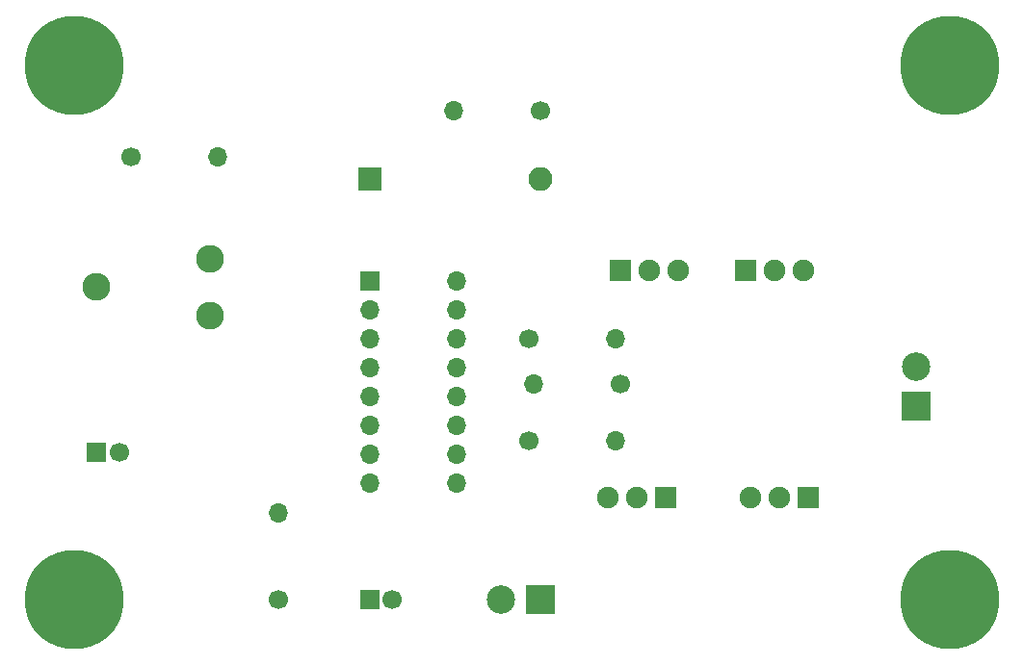
<source format=gbr>
%TF.GenerationSoftware,KiCad,Pcbnew,(5.1.6)-1*%
%TF.CreationDate,2021-09-26T22:49:30+03:00*%
%TF.ProjectId,emitter,656d6974-7465-4722-9e6b-696361645f70,rev?*%
%TF.SameCoordinates,Original*%
%TF.FileFunction,Soldermask,Bot*%
%TF.FilePolarity,Negative*%
%FSLAX46Y46*%
G04 Gerber Fmt 4.6, Leading zero omitted, Abs format (unit mm)*
G04 Created by KiCad (PCBNEW (5.1.6)-1) date 2021-09-26 22:49:30*
%MOMM*%
%LPD*%
G01*
G04 APERTURE LIST*
%ADD10C,2.500000*%
%ADD11R,2.500000X2.500000*%
%ADD12R,2.100000X2.100000*%
%ADD13O,2.100000X2.100000*%
%ADD14R,1.700000X1.700000*%
%ADD15C,1.700000*%
%ADD16C,8.700000*%
%ADD17C,1.000000*%
%ADD18O,1.900000X1.900000*%
%ADD19R,1.900000X1.900000*%
%ADD20O,1.700000X1.700000*%
%ADD21C,2.440000*%
G04 APERTURE END LIST*
D10*
%TO.C,J2*%
X96500000Y-125000000D03*
D11*
X100000000Y-125000000D03*
%TD*%
D12*
%TO.C,C1*%
X85000000Y-88000000D03*
D13*
X100000000Y-88000000D03*
%TD*%
D14*
%TO.C,C2*%
X85000000Y-125000000D03*
D15*
X87000000Y-125000000D03*
%TD*%
%TO.C,C3*%
X63000000Y-112000000D03*
D14*
X61000000Y-112000000D03*
%TD*%
D16*
%TO.C,H1*%
X59000000Y-78000000D03*
D17*
X62225000Y-78000000D03*
X61280419Y-80280419D03*
X59000000Y-81225000D03*
X56719581Y-80280419D03*
X55775000Y-78000000D03*
X56719581Y-75719581D03*
X59000000Y-74775000D03*
X61280419Y-75719581D03*
%TD*%
%TO.C,H2*%
X61280419Y-122719581D03*
X59000000Y-121775000D03*
X56719581Y-122719581D03*
X55775000Y-125000000D03*
X56719581Y-127280419D03*
X59000000Y-128225000D03*
X61280419Y-127280419D03*
X62225000Y-125000000D03*
D16*
X59000000Y-125000000D03*
%TD*%
%TO.C,H3*%
X136000000Y-78000000D03*
D17*
X139225000Y-78000000D03*
X138280419Y-80280419D03*
X136000000Y-81225000D03*
X133719581Y-80280419D03*
X132775000Y-78000000D03*
X133719581Y-75719581D03*
X136000000Y-74775000D03*
X138280419Y-75719581D03*
%TD*%
%TO.C,H4*%
X138280419Y-122719581D03*
X136000000Y-121775000D03*
X133719581Y-122719581D03*
X132775000Y-125000000D03*
X133719581Y-127280419D03*
X136000000Y-128225000D03*
X138280419Y-127280419D03*
X139225000Y-125000000D03*
D16*
X136000000Y-125000000D03*
%TD*%
D11*
%TO.C,J1*%
X133000000Y-108000000D03*
D10*
X133000000Y-104500000D03*
%TD*%
D18*
%TO.C,Q1*%
X118460000Y-116000000D03*
X121000000Y-116000000D03*
D19*
X123540000Y-116000000D03*
%TD*%
%TO.C,Q2*%
X111000000Y-116000000D03*
D18*
X108460000Y-116000000D03*
X105920000Y-116000000D03*
%TD*%
D19*
%TO.C,Q3*%
X118000000Y-96000000D03*
D18*
X120540000Y-96000000D03*
X123080000Y-96000000D03*
%TD*%
D19*
%TO.C,Q4*%
X107000000Y-96000000D03*
D18*
X109540000Y-96000000D03*
X112080000Y-96000000D03*
%TD*%
D15*
%TO.C,R1*%
X77000000Y-125000000D03*
D20*
X77000000Y-117380000D03*
%TD*%
%TO.C,R2*%
X99380000Y-106000000D03*
D15*
X107000000Y-106000000D03*
%TD*%
D20*
%TO.C,R3*%
X106620000Y-102000000D03*
D15*
X99000000Y-102000000D03*
%TD*%
%TO.C,R4*%
X64000000Y-86000000D03*
D20*
X71620000Y-86000000D03*
%TD*%
%TO.C,R5*%
X92380000Y-82000000D03*
D15*
X100000000Y-82000000D03*
%TD*%
D20*
%TO.C,R6*%
X106620000Y-111000000D03*
D15*
X99000000Y-111000000D03*
%TD*%
D21*
%TO.C,RV1*%
X71000000Y-100000000D03*
X61000000Y-97500000D03*
X71000000Y-95000000D03*
%TD*%
D14*
%TO.C,U1*%
X85000000Y-97000000D03*
D20*
X92620000Y-114780000D03*
X85000000Y-99540000D03*
X92620000Y-112240000D03*
X85000000Y-102080000D03*
X92620000Y-109700000D03*
X85000000Y-104620000D03*
X92620000Y-107160000D03*
X85000000Y-107160000D03*
X92620000Y-104620000D03*
X85000000Y-109700000D03*
X92620000Y-102080000D03*
X85000000Y-112240000D03*
X92620000Y-99540000D03*
X85000000Y-114780000D03*
X92620000Y-97000000D03*
%TD*%
M02*

</source>
